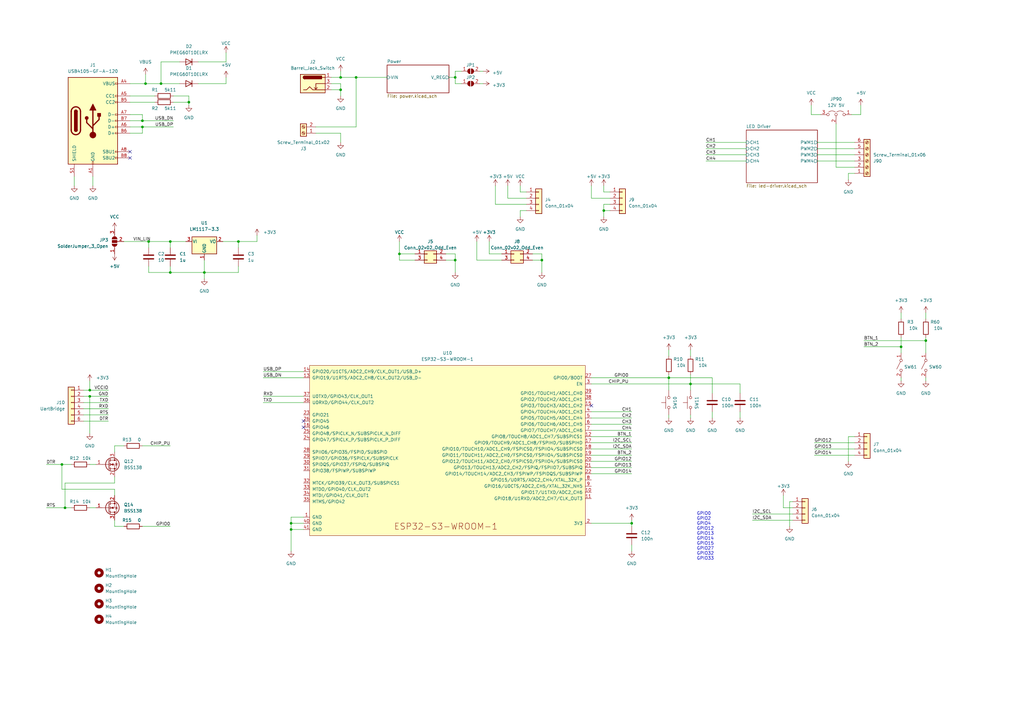
<source format=kicad_sch>
(kicad_sch (version 20230121) (generator eeschema)
  (paper "A3")
  (title_block (title "Starfish") (date "2023-01-30") (rev "A") (company "PaEber Electronics") (comment 1 "ESP based LED driver for ESPHome"))
  (lib_symbols
    (symbol "+3V3_1" (power) (pin_names (offset 0))
      (property "Value" "+3V3_1" (at 0 3.556 0))
      (symbol "+3V3_1_1_1"
        (pin power_in line (at 0 0 90) (length 0) hide (name "+3V3") (number "1"))
      )
    )
    (symbol "+3V3_2" (power) (pin_names (offset 0))
      (property "Value" "+3V3_2" (at 0 3.556 0))
      (symbol "+3V3_2_1_1"
        (pin power_in line (at 0 0 90) (length 0) hide (name "+3V3") (number "1"))
      )
    )
    (symbol "+5V_1" (power) (pin_names (offset 0))
      (property "Value" "+5V_1" (at 0 3.556 0))
      (symbol "+5V_1_1_1"
        (pin power_in line (at 0 0 90) (length 0) hide (name "+5V") (number "1"))
      )
    )
    (symbol "Connector:Barrel_Jack_Switch" (pin_names hide)
      (property "Reference" "J" (at 0 5.334 0))
      (property "Value" "Barrel_Jack_Switch" (at 0 -5.08 0))
      (symbol "Barrel_Jack_Switch_1_1"
        (pin passive line (at 7.62 2.54 180) (length 2.54) (name "~") (number "1"))
        (pin passive line (at 7.62 -2.54 180) (length 2.54) (name "~") (number "2"))
        (pin passive line (at 7.62 0 180) (length 2.54) (name "~") (number "3"))
      )
    )
    (symbol "Connector:Screw_Terminal_01x02" (pin_names (offset 1.016) hide)
      (property "Reference" "J" (at 0 2.54 0))
      (property "Value" "Screw_Terminal_01x02" (at 0 -5.08 0))
      (symbol "Screw_Terminal_01x02_1_1"
        (pin passive line (at -5.08 0 0) (length 3.81) (name "Pin_1") (number "1"))
        (pin passive line (at -5.08 -2.54 0) (length 3.81) (name "Pin_2") (number "2"))
      )
    )
    (symbol "Connector:Screw_Terminal_01x06" (pin_names (offset 1.016) hide)
      (property "Reference" "J" (at 0 7.62 0))
      (property "Value" "Screw_Terminal_01x06" (at 0 -10.16 0))
      (symbol "Screw_Terminal_01x06_1_1"
        (pin passive line (at -5.08 5.08 0) (length 3.81) (name "Pin_1") (number "1"))
        (pin passive line (at -5.08 2.54 0) (length 3.81) (name "Pin_2") (number "2"))
        (pin passive line (at -5.08 0 0) (length 3.81) (name "Pin_3") (number "3"))
        (pin passive line (at -5.08 -2.54 0) (length 3.81) (name "Pin_4") (number "4"))
        (pin passive line (at -5.08 -5.08 0) (length 3.81) (name "Pin_5") (number "5"))
        (pin passive line (at -5.08 -7.62 0) (length 3.81) (name "Pin_6") (number "6"))
      )
    )
    (symbol "Connector_Generic:Conn_01x04" (pin_names (offset 1.016) hide)
      (property "Reference" "J" (at 0 5.08 0))
      (property "Value" "Conn_01x04" (at 0 -7.62 0))
      (symbol "Conn_01x04_1_1"
        (pin passive line (at -5.08 2.54 0) (length 3.81) (name "Pin_1") (number "1"))
        (pin passive line (at -5.08 0 0) (length 3.81) (name "Pin_2") (number "2"))
        (pin passive line (at -5.08 -2.54 0) (length 3.81) (name "Pin_3") (number "3"))
        (pin passive line (at -5.08 -5.08 0) (length 3.81) (name "Pin_4") (number "4"))
      )
    )
    (symbol "Connector_Generic:Conn_01x06" (pin_names (offset 1.016) hide)
      (property "Reference" "J" (at 0 7.62 0))
      (property "Value" "Conn_01x06" (at 0 -10.16 0))
      (symbol "Conn_01x06_1_1"
        (pin passive line (at -5.08 5.08 0) (length 3.81) (name "Pin_1") (number "1"))
        (pin passive line (at -5.08 2.54 0) (length 3.81) (name "Pin_2") (number "2"))
        (pin passive line (at -5.08 0 0) (length 3.81) (name "Pin_3") (number "3"))
        (pin passive line (at -5.08 -2.54 0) (length 3.81) (name "Pin_4") (number "4"))
        (pin passive line (at -5.08 -5.08 0) (length 3.81) (name "Pin_5") (number "5"))
        (pin passive line (at -5.08 -7.62 0) (length 3.81) (name "Pin_6") (number "6"))
      )
    )
    (symbol "Connector_Generic:Conn_02x02_Odd_Even" (pin_names (offset 1.016) hide)
      (property "Reference" "J" (at 1.27 2.54 0))
      (property "Value" "Conn_02x02_Odd_Even" (at 1.27 -5.08 0))
      (symbol "Conn_02x02_Odd_Even_1_1"
        (pin passive line (at -5.08 0 0) (length 3.81) (name "Pin_1") (number "1"))
        (pin passive line (at 7.62 0 180) (length 3.81) (name "Pin_2") (number "2"))
        (pin passive line (at -5.08 -2.54 0) (length 3.81) (name "Pin_3") (number "3"))
        (pin passive line (at 7.62 -2.54 180) (length 3.81) (name "Pin_4") (number "4"))
      )
    )
    (symbol "Device:C" (pin_numbers hide) (pin_names (offset 0.254))
      (property "Reference" "C" (at 0.635 2.54 0))
      (property "Value" "C" (at 0.635 -2.54 0))
      (symbol "C_1_1"
        (pin passive line (at 0 3.81 270) (length 2.794) (name "~") (number "1"))
        (pin passive line (at 0 -3.81 90) (length 2.794) (name "~") (number "2"))
      )
    )
    (symbol "Device:D" (pin_numbers hide) (pin_names (offset 1.016) hide)
      (property "Reference" "D" (at 0 2.54 0))
      (property "Value" "D" (at 0 -2.54 0))
      (symbol "D_1_1"
        (pin passive line (at -3.81 0 0) (length 2.54) (name "K") (number "1"))
        (pin passive line (at 3.81 0 180) (length 2.54) (name "A") (number "2"))
      )
    )
    (symbol "Device:R" (pin_numbers hide) (pin_names (offset 0))
      (property "Reference" "R" (at 2.032 0 90))
      (property "Value" "R" (at 0 0 90))
      (symbol "R_1_1"
        (pin passive line (at 0 3.81 270) (length 1.27) (name "~") (number "1"))
        (pin passive line (at 0 -3.81 90) (length 1.27) (name "~") (number "2"))
      )
    )
    (symbol "Espressif:ESP32-S3-WROOM-1" (pin_names (offset 1.016))
      (property "Reference" "U" (at 0 35.56 0))
      (property "Value" "ESP32-S3-WROOM-1" (at 0 -36.83 0))
      (symbol "ESP32-S3-WROOM-1_0_0"
        (text "ESP32-S3-WROOM-1" (at 0 -31.75 0) (effects (font (size 2.54 2.54))))
        (pin power_in line (at 58.42 -27.94 180) (length 2.54) (name "GND") (number "1"))
        (pin bidirectional line (at -59.69 -17.78 0) (length 2.54) (name "GPIO17/U1TXD/ADC2_CH6") (number "10"))
        (pin bidirectional line (at -59.69 -20.32 0) (length 2.54) (name "GPIO18/U1RXD/ADC2_CH7/CLK_OUT3") (number "11"))
        (pin bidirectional line (at -59.69 5.08 0) (length 2.54) (name "GPIO8/TOUCH8/ADC1_CH7/SUBSPICS1") (number "12"))
        (pin bidirectional line (at 58.42 29.21 180) (length 2.54) (name "GPIO19/U1RTS/ADC2_CH8/CLK_OUT2/USB_D-") (number "13"))
        (pin bidirectional line (at 58.42 31.75 180) (length 2.54) (name "GPIO20/U1CTS/ADC2_CH9/CLK_OUT1/USB_D+") (number "14"))
        (pin bidirectional line (at -59.69 17.78 0) (length 2.54) (name "GPIO3/TOUCH3/ADC1_CH2") (number "15"))
        (pin bidirectional line (at 58.42 8.89 180) (length 2.54) (name "GPIO46") (number "16"))
        (pin bidirectional line (at -59.69 2.54 0) (length 2.54) (name "GPIO9/TOUCH9/ADC1_CH8/FSPIHD/SUBSPIHD") (number "17"))
        (pin bidirectional line (at -59.69 0 0) (length 2.54) (name "GPIO10/TOUCH10/ADC1_CH9/FSPICS0/FSPIIO4/SUBSPICS0") (number "18"))
        (pin bidirectional line (at -59.69 -2.54 0) (length 2.54) (name "GPIO11/TOUCH11/ADC2_CH0/FSPICS0/FSPIIO4/SUBSPICS0") (number "19"))
        (pin power_in line (at -59.69 -30.48 0) (length 2.54) (name "3V3") (number "2"))
        (pin bidirectional line (at -59.69 -5.08 0) (length 2.54) (name "GPIO12/TOUCH11/ADC2_CH0/FSPICS0/FSPIIO4/SUBSPICS0") (number "20"))
        (pin bidirectional line (at -59.69 -7.62 0) (length 2.54) (name "GPIO13/TOUCH13/ADC2_CH2/FSPIQ/FSPIIO7/SUBSPIQ") (number "21"))
        (pin bidirectional line (at -59.69 -10.16 0) (length 2.54) (name "GPIO14/TOUCH14/ADC2_CH3/FSPIWP/FSPIDQS/SUBSPIWP") (number "22"))
        (pin bidirectional line (at 58.42 13.97 180) (length 2.54) (name "GPIO21") (number "23"))
        (pin bidirectional line (at 58.42 3.81 180) (length 2.54) (name "GPIO47/SPICLK_P/SUBSPICLK_P_DIFF") (number "24"))
        (pin bidirectional line (at 58.42 6.35 180) (length 2.54) (name "GPIO48/SPICLK_N/SUBSPICLK_N_DIFF") (number "25"))
        (pin bidirectional line (at 58.42 11.43 180) (length 2.54) (name "GPIO45") (number "26"))
        (pin bidirectional line (at -59.69 29.21 0) (length 2.54) (name "GPIO0/BOOT") (number "27"))
        (pin bidirectional line (at 58.42 -1.27 180) (length 2.54) (name "SPIIO6/GPIO35/FSPID/SUBSPID") (number "28"))
        (pin bidirectional line (at 58.42 -3.81 180) (length 2.54) (name "SPIIO7/GPIO36/FSPICLK/SUBSPICLK") (number "29"))
        (pin input line (at -59.69 26.67 0) (length 2.54) (name "EN") (number "3"))
        (pin bidirectional line (at 58.42 -6.35 180) (length 2.54) (name "SPIDQS/GPIO37/FSPIQ/SUBSPIQ") (number "30"))
        (pin bidirectional line (at 58.42 -8.89 180) (length 2.54) (name "GPIO38/FSPIWP/SUBSPIWP") (number "31"))
        (pin bidirectional line (at 58.42 -13.97 180) (length 2.54) (name "MTCK/GPIO39/CLK_OUT3/SUBSPICS1") (number "32"))
        (pin bidirectional line (at 58.42 -16.51 180) (length 2.54) (name "MTDO/GPIO40/CLK_OUT2") (number "33"))
        (pin bidirectional line (at 58.42 -19.05 180) (length 2.54) (name "MTDI/GPIO41/CLK_OUT1") (number "34"))
        (pin bidirectional line (at 58.42 -21.59 180) (length 2.54) (name "MTMS/GPIO42") (number "35"))
        (pin bidirectional line (at 58.42 19.05 180) (length 2.54) (name "U0RXD/GPIO44/CLK_OUT2") (number "36"))
        (pin bidirectional line (at 58.42 21.59 180) (length 2.54) (name "U0TXD/GPIO43/CLK_OUT1") (number "37"))
        (pin bidirectional line (at -59.69 20.32 0) (length 2.54) (name "GPIO2/TOUCH2/ADC1_CH1") (number "38"))
        (pin bidirectional line (at -59.69 22.86 0) (length 2.54) (name "GPIO1/TOUCH1/ADC1_CH0") (number "39"))
        (pin bidirectional line (at -59.69 15.24 0) (length 2.54) (name "GPIO4/TOUCH4/ADC1_CH3") (number "4"))
        (pin power_in line (at 58.42 -30.48 180) (length 2.54) (name "GND") (number "40"))
        (pin power_in line (at 58.42 -33.02 180) (length 2.54) (name "GND") (number "41"))
        (pin bidirectional line (at -59.69 12.7 0) (length 2.54) (name "GPIO5/TOUCH5/ADC1_CH4") (number "5"))
        (pin bidirectional line (at -59.69 10.16 0) (length 2.54) (name "GPIO6/TOUCH6/ADC1_CH5") (number "6"))
        (pin bidirectional line (at -59.69 7.62 0) (length 2.54) (name "GPIO7/TOUCH7/ADC1_CH6") (number "7"))
        (pin bidirectional line (at -59.69 -12.7 0) (length 2.54) (name "GPIO15/U0RTS/ADC2_CH4/XTAL_32K_P") (number "8"))
        (pin bidirectional line (at -59.69 -15.24 0) (length 2.54) (name "GPIO16/U0CTS/ADC2_CH5/XTAL_32K_NH5") (number "9"))
      )
    )
    (symbol "GND_1" (power) (pin_names (offset 0))
      (property "Value" "GND_1" (at 0 -3.81 0))
      (symbol "GND_1_1_1"
        (pin power_in line (at 0 0 270) (length 0) hide (name "GND") (number "1"))
      )
    )
    (symbol "GND_2" (power) (pin_names (offset 0))
      (property "Value" "GND_2" (at 0 -3.81 0))
      (symbol "GND_2_1_1"
        (pin power_in line (at 0 0 270) (length 0) hide (name "GND") (number "1"))
      )
    )
    (symbol "GND_3" (power) (pin_names (offset 0))
      (property "Value" "GND_3" (at 0 -3.81 0))
      (symbol "GND_3_1_1"
        (pin power_in line (at 0 0 270) (length 0) hide (name "GND") (number "1"))
      )
    )
    (symbol "Jumper:Jumper_3_Open" (pin_names (offset 0) hide)
      (property "Reference" "JP" (at -2.54 -2.54 0))
      (property "Value" "Jumper_3_Open" (at 0 2.794 0))
      (symbol "Jumper_3_Open_1_1"
        (pin passive line (at -6.35 0 0) (length 2.54) (name "A") (number "1"))
        (pin input line (at 0 -3.81 90) (length 2.54) (name "C") (number "2"))
        (pin passive line (at 6.35 0 180) (length 2.54) (name "B") (number "3"))
      )
    )
    (symbol "Jumper:SolderJumper_2_Open" (pin_names (offset 0) hide)
      (property "Reference" "JP" (at 0 2.032 0))
      (property "Value" "SolderJumper_2_Open" (at 0 -2.54 0))
      (symbol "SolderJumper_2_Open_1_1"
        (pin passive line (at -3.81 0 0) (length 2.54) (name "A") (number "1"))
        (pin passive line (at 3.81 0 180) (length 2.54) (name "B") (number "2"))
      )
    )
    (symbol "Jumper:SolderJumper_3_Open" (pin_names (offset 0) hide)
      (property "Reference" "JP" (at -2.54 -2.54 0))
      (property "Value" "SolderJumper_3_Open" (at 0 2.794 0))
      (symbol "SolderJumper_3_Open_1_1"
        (pin passive line (at -5.08 0 0) (length 2.54) (name "A") (number "1"))
        (pin passive line (at 0 -3.81 90) (length 2.54) (name "C") (number "2"))
        (pin passive line (at 5.08 0 180) (length 2.54) (name "B") (number "3"))
      )
    )
    (symbol "Mechanical:MountingHole" (pin_names (offset 1.016))
      (property "Reference" "H" (at 0 5.08 0))
      (property "Value" "MountingHole" (at 0 3.175 0))
    )
    (symbol "Regulator_Linear:LM1117-3.3" (pin_names (offset 0.254))
      (property "Reference" "U" (at -3.81 3.175 0))
      (property "Value" "LM1117-3.3" (at 0 3.175 0))
      (symbol "LM1117-3.3_1_1"
        (pin power_in line (at 0 -7.62 90) (length 2.54) (name "GND") (number "1"))
        (pin power_out line (at 7.62 0 180) (length 2.54) (name "VO") (number "2"))
        (pin power_in line (at -7.62 0 0) (length 2.54) (name "VI") (number "3"))
      )
    )
    (symbol "Switch:SW_Push" (pin_numbers hide) (pin_names (offset 1.016) hide)
      (property "Reference" "SW" (at 1.27 2.54 0))
      (property "Value" "SW_Push" (at 0 -1.524 0))
      (symbol "SW_Push_0_1"
        (pin passive line (at -5.08 0 0) (length 2.54) (name "1") (number "1"))
        (pin passive line (at 5.08 0 180) (length 2.54) (name "2") (number "2"))
      )
    )
    (symbol "Transistor_FET:BSS138" (pin_names hide)
      (property "Reference" "Q" (at 5.08 1.905 0))
      (property "Value" "BSS138" (at 5.08 0 0))
      (symbol "BSS138_1_1"
        (pin input line (at -5.08 0 0) (length 2.54) (name "G") (number "1"))
        (pin passive line (at 2.54 -5.08 90) (length 2.54) (name "S") (number "2"))
        (pin passive line (at 2.54 5.08 270) (length 2.54) (name "D") (number "3"))
      )
    )
    (symbol "VCC_1" (power) (pin_names (offset 0))
      (property "Value" "VCC_1" (at 0 3.81 0))
      (symbol "VCC_1_1_1"
        (pin power_in line (at 0 0 90) (length 0) hide (name "VCC") (number "1"))
      )
    )
    (symbol "paeber:1301.9315" (pin_names (offset 0) hide)
      (property "Reference" "SW" (at 0 3.175 0))
      (symbol "1301.9315_1_1"
        (pin passive line (at -5.08 0 0) (length 2.54) (name "A") (number "1"))
        (pin passive line (at 5.08 0 180) (length 2.54) (name "B") (number "2"))
      )
    )
    (symbol "paeber:USB4105-GF-A-120" (pin_names (offset 1.016))
      (property "Reference" "J?" (at 0 22.86 0))
      (property "Value" "USB4105-GF-A-120" (at 0 20.32 0))
      (symbol "USB4105-GF-A-120_1_1"
        (pin passive line (at 0 -22.86 90) (length 5.08) (name "GND") (number "A1"))
        (pin passive line (at 0 -22.86 90) (length 5.08) hide (name "GND") (number "A12"))
        (pin passive line (at 15.24 15.24 180) (length 5.08) (name "VBUS") (number "A4"))
        (pin bidirectional line (at 15.24 10.16 180) (length 5.08) (name "CC1") (number "A5"))
        (pin bidirectional line (at 15.24 -2.54 180) (length 5.08) (name "D+") (number "A6"))
        (pin bidirectional line (at 15.24 2.54 180) (length 5.08) (name "D-") (number "A7"))
        (pin bidirectional line (at 15.24 -12.7 180) (length 5.08) (name "SBU1") (number "A8"))
        (pin passive line (at 15.24 15.24 180) (length 5.08) hide (name "VBUS") (number "A9"))
        (pin passive line (at 0 -22.86 90) (length 5.08) hide (name "GND") (number "B1"))
        (pin passive line (at 0 -22.86 90) (length 5.08) hide (name "GND") (number "B12"))
        (pin passive line (at 15.24 15.24 180) (length 5.08) hide (name "VBUS") (number "B4"))
        (pin bidirectional line (at 15.24 7.62 180) (length 5.08) (name "CC2") (number "B5"))
        (pin bidirectional line (at 15.24 -5.08 180) (length 5.08) (name "D+") (number "B6"))
        (pin bidirectional line (at 15.24 0 180) (length 5.08) (name "D-") (number "B7"))
        (pin bidirectional line (at 15.24 -15.24 180) (length 5.08) (name "SBU2") (number "B8"))
        (pin passive line (at 15.24 15.24 180) (length 5.08) hide (name "VBUS") (number "B9"))
        (pin passive line (at -7.62 -22.86 90) (length 5.08) (name "SHIELD") (number "S1"))
      )
    )
    (symbol "power:+3V3" (power) (pin_names (offset 0))
      (property "Value" "+3V3" (at 0 3.556 0))
      (symbol "+3V3_1_1"
        (pin power_in line (at 0 0 90) (length 0) hide (name "+3V3") (number "1"))
      )
    )
    (symbol "power:+5V" (power) (pin_names (offset 0))
      (property "Value" "+5V" (at 0 3.556 0))
      (symbol "+5V_1_1"
        (pin power_in line (at 0 0 90) (length 0) hide (name "+5V") (number "1"))
      )
    )
    (symbol "power:GND" (power) (pin_names (offset 0))
      (property "Value" "GND" (at 0 -3.81 0))
      (symbol "GND_1_1"
        (pin power_in line (at 0 0 270) (length 0) hide (name "GND") (number "1"))
      )
    )
    (symbol "power:VBUS" (power) (pin_names (offset 0))
      (property "Value" "VBUS" (at 0 3.81 0))
      (symbol "VBUS_1_1"
        (pin power_in line (at 0 0 90) (length 0) hide (name "VBUS") (number "1"))
      )
    )
    (symbol "power:VCC" (power) (pin_names (offset 0))
      (property "Value" "VCC" (at 0 3.81 0))
      (symbol "VCC_1_1"
        (pin power_in line (at 0 0 90) (length 0) hide (name "VCC") (number "1"))
      )
    )
  )
  (junction (at 247.65 86.36))
  (junction (at 186.69 31.75))
  (junction (at 36.83 160.02))
  (junction (at 259.08 214.63))
  (junction (at 139.7 36.83))
  (junction (at 69.85 111.76))
  (junction (at 119.38 214.63))
  (junction (at 58.42 52.07))
  (junction (at 83.82 111.76))
  (junction (at 25.4 190.5))
  (junction (at 119.38 217.17))
  (junction (at 59.69 34.29))
  (junction (at 274.32 154.94))
  (junction (at 77.47 41.91))
  (junction (at 66.04 34.29))
  (junction (at 26.67 208.28))
  (junction (at 97.79 99.06))
  (junction (at 146.05 31.75))
  (junction (at 379.73 139.7))
  (junction (at 60.96 99.06))
  (junction (at 36.83 162.56))
  (junction (at 58.42 49.53))
  (junction (at 69.85 99.06))
  (junction (at 369.57 142.24))
  (junction (at 186.69 106.68))
  (junction (at 222.25 106.68))
  (junction (at 163.83 104.14))
  (junction (at 139.7 31.75))
  (junction (at 283.21 157.48))
  (no_connect (at 124.46 172.72))
  (no_connect (at 242.57 166.37))
  (no_connect (at 124.46 175.26))
  (no_connect (at 53.34 62.23))
  (no_connect (at 53.34 64.77))
  (wire (pts (xy 77.47 41.91) (xy 77.47 39.37)))
  (wire (pts (xy 119.38 212.09) (xy 119.38 214.63)))
  (wire (pts (xy 69.85 99.06) (xy 76.2 99.06)))
  (wire (pts (xy 25.4 190.5) (xy 29.21 190.5)))
  (wire (pts (xy 186.69 104.14) (xy 182.88 104.14)))
  (wire (pts (xy 335.28 63.5) (xy 350.52 63.5)))
  (wire (pts (xy 59.69 34.29) (xy 53.34 34.29)))
  (wire (pts (xy 163.83 104.14) (xy 163.83 106.68)))
  (wire (pts (xy 354.33 142.24) (xy 369.57 142.24)))
  (wire (pts (xy 146.05 52.07) (xy 146.05 31.75)))
  (wire (pts (xy 325.12 213.36) (xy 308.61 213.36)))
  (wire (pts (xy 213.36 86.36) (xy 215.9 86.36)))
  (wire (pts (xy 283.21 170.18) (xy 283.21 171.45)))
  (wire (pts (xy 242.57 189.23) (xy 259.08 189.23)))
  (wire (pts (xy 163.83 99.06) (xy 163.83 104.14)))
  (wire (pts (xy 335.28 66.04) (xy 350.52 66.04)))
  (wire (pts (xy 26.67 198.12) (xy 26.67 208.28)))
  (wire (pts (xy 44.45 162.56) (xy 36.83 162.56)))
  (wire (pts (xy 350.52 181.61) (xy 334.01 181.61)))
  (wire (pts (xy 19.05 190.5) (xy 25.4 190.5)))
  (wire (pts (xy 139.7 31.75) (xy 146.05 31.75)))
  (wire (pts (xy 38.1 72.39) (xy 38.1 76.2)))
  (wire (pts (xy 46.99 203.2) (xy 46.99 200.66)))
  (wire (pts (xy 124.46 212.09) (xy 119.38 212.09)))
  (wire (pts (xy 354.33 139.7) (xy 379.73 139.7)))
  (wire (pts (xy 283.21 143.51) (xy 283.21 146.05)))
  (wire (pts (xy 50.8 99.06) (xy 60.96 99.06)))
  (wire (pts (xy 292.1 154.94) (xy 292.1 161.29)))
  (wire (pts (xy 66.04 34.29) (xy 73.66 34.29)))
  (wire (pts (xy 247.65 83.82) (xy 250.19 83.82)))
  (wire (pts (xy 215.9 81.28) (xy 208.28 81.28)))
  (wire (pts (xy 306.07 60.96) (xy 289.56 60.96)))
  (wire (pts (xy 97.79 99.06) (xy 97.79 101.6)))
  (wire (pts (xy 347.98 179.07) (xy 347.98 189.23)))
  (wire (pts (xy 30.48 72.39) (xy 30.48 76.2)))
  (wire (pts (xy 60.96 111.76) (xy 69.85 111.76)))
  (wire (pts (xy 50.8 215.9) (xy 46.99 215.9)))
  (wire (pts (xy 69.85 101.6) (xy 69.85 99.06)))
  (wire (pts (xy 44.45 160.02) (xy 36.83 160.02)))
  (wire (pts (xy 195.58 99.06) (xy 195.58 106.68)))
  (wire (pts (xy 250.19 78.74) (xy 247.65 78.74)))
  (wire (pts (xy 124.46 152.4) (xy 107.95 152.4)))
  (wire (pts (xy 58.42 52.07) (xy 71.12 52.07)))
  (wire (pts (xy 58.42 215.9) (xy 69.85 215.9)))
  (wire (pts (xy 44.45 165.1) (xy 34.29 165.1)))
  (wire (pts (xy 19.05 208.28) (xy 26.67 208.28)))
  (wire (pts (xy 124.46 217.17) (xy 119.38 217.17)))
  (wire (pts (xy 247.65 86.36) (xy 247.65 83.82)))
  (wire (pts (xy 36.83 160.02) (xy 34.29 160.02)))
  (wire (pts (xy 107.95 165.1) (xy 124.46 165.1)))
  (wire (pts (xy 353.06 43.18) (xy 353.06 46.99)))
  (wire (pts (xy 336.55 46.99) (xy 332.74 46.99)))
  (wire (pts (xy 58.42 49.53) (xy 53.34 49.53)))
  (wire (pts (xy 292.1 168.91) (xy 292.1 171.45)))
  (wire (pts (xy 69.85 111.76) (xy 83.82 111.76)))
  (wire (pts (xy 186.69 111.76) (xy 186.69 106.68)))
  (wire (pts (xy 342.9 50.8) (xy 342.9 68.58)))
  (wire (pts (xy 323.85 215.9) (xy 323.85 205.74)))
  (wire (pts (xy 119.38 217.17) (xy 119.38 226.06)))
  (wire (pts (xy 242.57 154.94) (xy 274.32 154.94)))
  (wire (pts (xy 303.53 168.91) (xy 303.53 171.45)))
  (wire (pts (xy 77.47 39.37) (xy 71.12 39.37)))
  (wire (pts (xy 203.2 76.2) (xy 203.2 83.82)))
  (wire (pts (xy 58.42 52.07) (xy 53.34 52.07)))
  (wire (pts (xy 347.98 73.66) (xy 347.98 71.12)))
  (wire (pts (xy 46.99 182.88) (xy 46.99 185.42)))
  (wire (pts (xy 259.08 215.9) (xy 259.08 214.63)))
  (wire (pts (xy 129.54 52.07) (xy 146.05 52.07)))
  (wire (pts (xy 119.38 214.63) (xy 119.38 217.17)))
  (wire (pts (xy 53.34 46.99) (xy 58.42 46.99)))
  (wire (pts (xy 58.42 46.99) (xy 58.42 49.53)))
  (wire (pts (xy 349.25 46.99) (xy 353.06 46.99)))
  (wire (pts (xy 200.66 104.14) (xy 200.66 99.06)))
  (wire (pts (xy 350.52 186.69) (xy 334.01 186.69)))
  (wire (pts (xy 44.45 172.72) (xy 34.29 172.72)))
  (wire (pts (xy 146.05 31.75) (xy 158.75 31.75)))
  (wire (pts (xy 379.73 154.94) (xy 379.73 156.21)))
  (wire (pts (xy 83.82 111.76) (xy 97.79 111.76)))
  (wire (pts (xy 323.85 205.74) (xy 325.12 205.74)))
  (wire (pts (xy 259.08 223.52) (xy 259.08 226.06)))
  (wire (pts (xy 242.57 214.63) (xy 259.08 214.63)))
  (wire (pts (xy 335.28 58.42) (xy 350.52 58.42)))
  (wire (pts (xy 36.83 162.56) (xy 36.83 177.8)))
  (wire (pts (xy 60.96 99.06) (xy 69.85 99.06)))
  (wire (pts (xy 203.2 83.82) (xy 215.9 83.82)))
  (wire (pts (xy 66.04 25.4) (xy 66.04 34.29)))
  (wire (pts (xy 213.36 76.2) (xy 213.36 78.74)))
  (wire (pts (xy 53.34 54.61) (xy 58.42 54.61)))
  (wire (pts (xy 274.32 153.67) (xy 274.32 154.94)))
  (wire (pts (xy 350.52 184.15) (xy 334.01 184.15)))
  (wire (pts (xy 347.98 179.07) (xy 350.52 179.07)))
  (wire (pts (xy 26.67 208.28) (xy 29.21 208.28)))
  (wire (pts (xy 369.57 154.94) (xy 369.57 156.21)))
  (wire (pts (xy 163.83 104.14) (xy 170.18 104.14)))
  (wire (pts (xy 44.45 167.64) (xy 34.29 167.64)))
  (wire (pts (xy 182.88 106.68) (xy 186.69 106.68)))
  (wire (pts (xy 218.44 106.68) (xy 222.25 106.68)))
  (wire (pts (xy 306.07 66.04) (xy 289.56 66.04)))
  (wire (pts (xy 242.57 194.31) (xy 259.08 194.31)))
  (wire (pts (xy 222.25 111.76) (xy 222.25 106.68)))
  (wire (pts (xy 369.57 142.24) (xy 369.57 144.78)))
  (wire (pts (xy 242.57 157.48) (xy 283.21 157.48)))
  (wire (pts (xy 242.57 191.77) (xy 259.08 191.77)))
  (wire (pts (xy 139.7 36.83) (xy 139.7 34.29)))
  (wire (pts (xy 163.83 106.68) (xy 170.18 106.68)))
  (wire (pts (xy 195.58 106.68) (xy 205.74 106.68)))
  (wire (pts (xy 36.83 190.5) (xy 39.37 190.5)))
  (wire (pts (xy 186.69 106.68) (xy 186.69 104.14)))
  (wire (pts (xy 259.08 214.63) (xy 259.08 213.36)))
  (wire (pts (xy 81.28 34.29) (xy 92.71 34.29)))
  (wire (pts (xy 83.82 106.68) (xy 83.82 111.76)))
  (wire (pts (xy 242.57 171.45) (xy 259.08 171.45)))
  (wire (pts (xy 242.57 81.28) (xy 242.57 76.2)))
  (wire (pts (xy 213.36 88.9) (xy 213.36 86.36)))
  (wire (pts (xy 186.69 29.21) (xy 186.69 31.75)))
  (wire (pts (xy 50.8 182.88) (xy 46.99 182.88)))
  (wire (pts (xy 59.69 30.48) (xy 59.69 34.29)))
  (wire (pts (xy 92.71 31.75) (xy 92.71 34.29)))
  (wire (pts (xy 242.57 176.53) (xy 259.08 176.53)))
  (wire (pts (xy 222.25 106.68) (xy 222.25 104.14)))
  (wire (pts (xy 81.28 25.4) (xy 92.71 25.4)))
  (wire (pts (xy 186.69 34.29) (xy 186.69 31.75)))
  (wire (pts (xy 283.21 153.67) (xy 283.21 157.48)))
  (wire (pts (xy 124.46 214.63) (xy 119.38 214.63)))
  (wire (pts (xy 306.07 58.42) (xy 289.56 58.42)))
  (wire (pts (xy 73.66 25.4) (xy 66.04 25.4)))
  (wire (pts (xy 139.7 54.61) (xy 139.7 58.42)))
  (wire (pts (xy 46.99 200.66) (xy 25.4 200.66)))
  (wire (pts (xy 186.69 31.75) (xy 184.15 31.75)))
  (wire (pts (xy 325.12 210.82) (xy 308.61 210.82)))
  (wire (pts (xy 247.65 78.74) (xy 247.65 76.2)))
  (wire (pts (xy 91.44 99.06) (xy 97.79 99.06)))
  (wire (pts (xy 347.98 71.12) (xy 350.52 71.12)))
  (wire (pts (xy 129.54 54.61) (xy 139.7 54.61)))
  (wire (pts (xy 283.21 160.02) (xy 283.21 157.48)))
  (wire (pts (xy 105.41 96.52) (xy 105.41 99.06)))
  (wire (pts (xy 107.95 162.56) (xy 124.46 162.56)))
  (wire (pts (xy 139.7 31.75) (xy 139.7 29.21)))
  (wire (pts (xy 92.71 25.4) (xy 92.71 21.59)))
  (wire (pts (xy 53.34 39.37) (xy 63.5 39.37)))
  (wire (pts (xy 60.96 109.22) (xy 60.96 111.76)))
  (wire (pts (xy 46.99 215.9) (xy 46.99 213.36)))
  (wire (pts (xy 135.89 36.83) (xy 139.7 36.83)))
  (wire (pts (xy 44.45 170.18) (xy 34.29 170.18)))
  (wire (pts (xy 58.42 54.61) (xy 58.42 52.07)))
  (wire (pts (xy 25.4 200.66) (xy 25.4 190.5)))
  (wire (pts (xy 53.34 41.91) (xy 63.5 41.91)))
  (wire (pts (xy 325.12 208.28) (xy 321.31 208.28)))
  (wire (pts (xy 369.57 128.27) (xy 369.57 130.81)))
  (wire (pts (xy 222.25 104.14) (xy 218.44 104.14)))
  (wire (pts (xy 274.32 170.18) (xy 274.32 171.45)))
  (wire (pts (xy 46.99 195.58) (xy 46.99 198.12)))
  (wire (pts (xy 124.46 154.94) (xy 107.95 154.94)))
  (wire (pts (xy 77.47 43.18) (xy 77.47 41.91)))
  (wire (pts (xy 242.57 181.61) (xy 259.08 181.61)))
  (wire (pts (xy 250.19 81.28) (xy 242.57 81.28)))
  (wire (pts (xy 303.53 157.48) (xy 303.53 161.29)))
  (wire (pts (xy 215.9 78.74) (xy 213.36 78.74)))
  (wire (pts (xy 97.79 109.22) (xy 97.79 111.76)))
  (wire (pts (xy 83.82 111.76) (xy 83.82 114.3)))
  (wire (pts (xy 139.7 39.37) (xy 139.7 36.83)))
  (wire (pts (xy 247.65 88.9) (xy 247.65 86.36)))
  (wire (pts (xy 274.32 143.51) (xy 274.32 146.05)))
  (wire (pts (xy 342.9 68.58) (xy 350.52 68.58)))
  (wire (pts (xy 242.57 179.07) (xy 259.08 179.07)))
  (wire (pts (xy 36.83 156.21) (xy 36.83 160.02)))
  (wire (pts (xy 36.83 162.56) (xy 34.29 162.56)))
  (wire (pts (xy 205.74 104.14) (xy 200.66 104.14)))
  (wire (pts (xy 321.31 208.28) (xy 321.31 203.2)))
  (wire (pts (xy 196.85 29.21) (xy 198.12 29.21)))
  (wire (pts (xy 292.1 154.94) (xy 274.32 154.94)))
  (wire (pts (xy 332.74 43.18) (xy 332.74 46.99)))
  (wire (pts (xy 58.42 182.88) (xy 69.85 182.88)))
  (wire (pts (xy 46.99 198.12) (xy 26.67 198.12)))
  (wire (pts (xy 242.57 168.91) (xy 259.08 168.91)))
  (wire (pts (xy 242.57 184.15) (xy 259.08 184.15)))
  (wire (pts (xy 379.73 138.43) (xy 379.73 139.7)))
  (wire (pts (xy 306.07 63.5) (xy 289.56 63.5)))
  (wire (pts (xy 335.28 60.96) (xy 350.52 60.96)))
  (wire (pts (xy 135.89 31.75) (xy 139.7 31.75)))
  (wire (pts (xy 208.28 81.28) (xy 208.28 76.2)))
  (wire (pts (xy 189.23 34.29) (xy 186.69 34.29)))
  (wire (pts (xy 274.32 154.94) (xy 274.32 160.02)))
  (wire (pts (xy 369.57 138.43) (xy 369.57 142.24)))
  (wire (pts (xy 60.96 99.06) (xy 60.96 101.6)))
  (wire (pts (xy 379.73 139.7) (xy 379.73 144.78)))
  (wire (pts (xy 196.85 34.29) (xy 198.12 34.29)))
  (wire (pts (xy 242.57 186.69) (xy 259.08 186.69)))
  (wire (pts (xy 189.23 29.21) (xy 186.69 29.21)))
  (wire (pts (xy 242.57 173.99) (xy 259.08 173.99)))
  (wire (pts (xy 71.12 41.91) (xy 77.47 41.91)))
  (wire (pts (xy 379.73 128.27) (xy 379.73 130.81)))
  (wire (pts (xy 97.79 99.06) (xy 105.41 99.06)))
  (wire (pts (xy 58.42 49.53) (xy 71.12 49.53)))
  (wire (pts (xy 69.85 109.22) (xy 69.85 111.76)))
  (wire (pts (xy 139.7 34.29) (xy 135.89 34.29)))
  (wire (pts (xy 247.65 86.36) (xy 250.19 86.36)))
  (wire (pts (xy 283.21 157.48) (xy 303.53 157.48)))
  (wire (pts (xy 59.69 34.29) (xy 66.04 34.29)))
  (wire (pts (xy 36.83 208.28) (xy 39.37 208.28)))
  (text "GPIO0\nGPIO2\nGPIO4\nGPIO12\nGPIO13\nGPIO14\nGPIO15\nGPIO27\nGPIO32\nGPIO33" (at 285.75 229.87 0) (effects (font (size 1.27 1.27)) (justify left bottom)))
  (label "USB_DP" (at 71.12 52.07 180))
  (label "VCCIO" (at 44.45 160.02 180))
  (label "TXD" (at 107.95 165.1 0))
  (label "BTN_2" (at 259.08 186.69 180))
  (label "GPIO12" (at 334.01 181.61 0))
  (label "CH2" (at 259.08 171.45 180))
  (label "USB_DN" (at 71.12 49.53 180))
  (label "TXD" (at 44.45 165.1 180))
  (label "RTS" (at 44.45 170.18 180))
  (label "GPIO14" (at 259.08 194.31 180))
  (label "USB_DN" (at 107.95 154.94 0))
  (label "RTS" (at 19.05 208.28 0))
  (label "I2C_SDA" (at 259.08 184.15 180))
  (label "VIN_LIN" (at 54.61 99.06 0))
  (label "RXD" (at 44.45 167.64 180))
  (label "BTN_1" (at 354.33 139.7 0))
  (label "I2C_SCL" (at 308.61 210.82 0))
  (label "GPIO13" (at 259.08 191.77 180))
  (label "CH2" (at 289.56 60.96 0))
  (label "I2C_SDA" (at 308.61 213.36 0))
  (label "CH1" (at 289.56 58.42 0))
  (label "CHIP_PU" (at 69.85 182.88 180))
  (label "CH4" (at 289.56 66.04 0))
  (label "BTN_1" (at 259.08 179.07 180))
  (label "I2C_SCL" (at 259.08 181.61 180))
  (label "USB_DP" (at 107.95 152.4 0))
  (label "CHIP_PU" (at 257.81 157.48 180))
  (label "GPIO13" (at 334.01 184.15 0))
  (label "GPIO14" (at 334.01 186.69 0))
  (label "CH4" (at 259.08 176.53 180))
  (label "BTN_2" (at 354.33 142.24 0))
  (label "GND" (at 44.45 162.56 180))
  (label "DTR" (at 44.45 172.72 180))
  (label "DTR" (at 19.05 190.5 0))
  (label "RXD" (at 107.95 162.56 0))
  (label "CH3" (at 259.08 173.99 180))
  (label "CH1" (at 259.08 168.91 180))
  (label "GPIO0" (at 69.85 215.9 180))
  (label "CH3" (at 289.56 63.5 0))
  (label "GPIO0" (at 257.81 154.94 180))
  (label "GPIO12" (at 259.08 189.23 180))
  (symbol (lib_id "power:VCC") (at 332.74 43.18 0) (mirror y) (unit 1)
    (property "Reference" "#PWR0124" (effects hide))
    (property "Value" "VCC" (at 332.74 38.1 0))
  )
  (symbol (lib_id "power:VBUS") (at 59.69 30.48 0) (unit 1)
    (property "Reference" "#PWR0107" (effects hide))
    (property "Value" "VBUS" (at 59.69 25.4 0))
  )
  (symbol (lib_id "power:+3V3") (at 379.73 128.27 0) (unit 1)
    (property "Reference" "#PWR0137" (effects hide))
    (property "Value" "+3V3" (at 379.73 123.19 0))
  )
  (symbol (lib_id "power:+3V3") (at 369.57 128.27 0) (unit 1)
    (property "Reference" "#PWR011" (effects hide))
    (property "Value" "+3V3" (at 369.57 123.19 0))
  )
  (symbol (lib_id "Mechanical:MountingHole") (at 40.64 254 0) (unit 1)
    (property "Reference" "H4" (at 43.18 252.7299 0) (effects (justify left)))
    (property "Value" "MountingHole" (at 43.18 255.2699 0) (effects (justify left)))
    (property "Footprint" "MountingHole:MountingHole_3.2mm_M3_DIN965_Pad_TopBottom" (effects hide))
  )
  (symbol (lib_id "Connector_Generic:Conn_01x04") (at 355.6 181.61 0) (unit 1)
    (property "Reference" "J7" (at 358.14 182.245 0) (effects (justify left)))
    (property "Value" "Conn_01x04" (at 358.14 184.785 0) (effects (justify left)))
    (property "Footprint" "Connector_PinSocket_2.54mm:PinSocket_1x04_P2.54mm_Vertical" (effects hide))
  )
  (symbol (lib_id "Transistor_FET:BSS138") (at 44.45 190.5 0) (unit 1)
    (property "Reference" "Q12" (at 50.8 189.2299 0) (effects (justify left)))
    (property "Value" "BSS138" (at 50.8 191.7699 0) (effects (justify left)))
    (property "Footprint" "Package_TO_SOT_SMD:SOT-23" (effects hide))
    (property "Datasheet" "https://www.onsemi.com/pub/Collateral/BSS138-D.PDF" (effects hide))
  )
  (symbol (lib_id "Device:R") (at 33.02 190.5 270) (mirror x) (unit 1)
    (property "Reference" "R12" (at 30.48 187.96 90))
    (property "Value" "10k" (at 35.56 187.96 90))
    (property "Footprint" "Resistor_SMD:R_0603_1608Metric_Pad0.98x0.95mm_HandSolder" (effects hide))
  )
  (symbol (lib_name "+3V3_2") (lib_id "power:+3V3") (at 200.66 99.06 0) (unit 1)
    (property "Reference" "#PWR010" (effects hide))
    (property "Value" "+3V3" (at 200.66 95.25 0))
  )
  (symbol (lib_id "power:GND") (at 36.83 177.8 0) (mirror y) (unit 1)
    (property "Reference" "#PWR0135" (effects hide))
    (property "Value" "GND" (at 36.83 182.88 0))
  )
  (symbol (lib_name "VCC_1") (lib_id "power:VCC") (at 213.36 76.2 0) (unit 1)
    (property "Reference" "#PWR07" (effects hide))
    (property "Value" "VCC" (at 213.36 72.39 0))
  )
  (symbol (lib_name "GND_3") (lib_id "power:GND") (at 323.85 215.9 0) (unit 1)
    (property "Reference" "#PWR013" (effects hide))
    (property "Value" "GND" (at 323.85 220.98 0))
  )
  (symbol (lib_id "power:GND") (at 292.1 171.45 0) (unit 1)
    (property "Reference" "#PWR0130" (effects hide))
    (property "Value" "GND" (at 292.1 176.53 0))
  )
  (symbol (lib_id "Device:C") (at 259.08 219.71 0) (mirror y) (unit 1)
    (property "Reference" "C12" (at 262.89 218.4399 0) (effects (justify right)))
    (property "Value" "100n" (at 262.89 220.9799 0) (effects (justify right)))
    (property "Footprint" "Capacitor_SMD:C_0805_2012Metric_Pad1.18x1.45mm_HandSolder" (effects hide))
  )
  (symbol (lib_id "paeber:USB4105-GF-A-120") (at 38.1 49.53 0) (unit 1)
    (property "Reference" "J1" (at 38.1 26.67 0))
    (property "Value" "USB4105-GF-A-120" (at 38.1 29.21 0))
    (property "Footprint" "Connector_USB:USB_C_Receptacle_HRO_TYPE-C-31-M-12" (effects hide))
    (property "Datasheet" "https://www.usb.org/sites/default/files/documents/usb_type-c.zip" (effects hide))
    (property "Mouser" "640-USB4105-GF-A-120" (effects hide))
  )
  (symbol (lib_id "Jumper:Jumper_3_Open") (at 342.9 46.99 0) (mirror y) (unit 1)
    (property "Reference" "JP90" (at 342.9 40.64 0))
    (property "Value" "12V 5V" (at 342.9 43.18 0))
    (property "Footprint" "Jumper:SolderJumper-3_P1.3mm_Open_RoundedPad1.0x1.5mm_NumberLabels" (effects hide))
  )
  (symbol (lib_id "Device:R") (at 274.32 149.86 0) (mirror x) (unit 1)
    (property "Reference" "R10" (at 278.13 147.32 0))
    (property "Value" "10k" (at 279.4 149.86 0))
    (property "Footprint" "Resistor_SMD:R_0603_1608Metric_Pad0.98x0.95mm_HandSolder" (effects hide))
  )
  (symbol (lib_id "power:+3V3") (at 274.32 143.51 0) (unit 1)
    (property "Reference" "#PWR0127" (effects hide))
    (property "Value" "+3V3" (at 274.32 138.43 0))
  )
  (symbol (lib_id "power:GND") (at 369.57 156.21 0) (unit 1)
    (property "Reference" "#PWR012" (effects hide))
    (property "Value" "GND" (at 369.57 161.29 0))
  )
  (symbol (lib_id "power:+5V") (at 92.71 31.75 0) (unit 1)
    (property "Reference" "#PWR0108" (effects hide))
    (property "Value" "+5V" (at 92.71 26.67 0))
  )
  (symbol (lib_id "Connector_Generic:Conn_02x02_Odd_Even") (at 175.26 104.14 0) (unit 1)
    (property "Reference" "J5" (at 176.53 99.06 0))
    (property "Value" "Conn_02x02_Odd_Even" (at 176.53 101.6 0))
    (property "Footprint" "Connector_PinHeader_2.54mm:PinHeader_2x02_P2.54mm_Vertical" (effects hide))
  )
  (symbol (lib_id "power:VCC") (at 92.71 21.59 0) (unit 1)
    (property "Reference" "#PWR021" (effects hide))
    (property "Value" "VCC" (at 92.71 17.78 0))
  )
  (symbol (lib_id "Connector_Generic:Conn_01x04") (at 220.98 81.28 0) (unit 1)
    (property "Reference" "J4" (at 223.52 81.915 0) (effects (justify left)))
    (property "Value" "Conn_01x04" (at 223.52 84.455 0) (effects (justify left)))
    (property "Footprint" "Connector_PinSocket_2.54mm:PinSocket_1x04_P2.54mm_Vertical" (effects hide))
  )
  (symbol (lib_id "power:+3V3") (at 283.21 143.51 0) (unit 1)
    (property "Reference" "#PWR0128" (effects hide))
    (property "Value" "+3V3" (at 283.21 138.43 0))
  )
  (symbol (lib_id "power:+3V3") (at 259.08 213.36 0) (mirror y) (unit 1)
    (property "Reference" "#PWR0133" (effects hide))
    (property "Value" "+3V3" (at 259.08 208.28 0))
  )
  (symbol (lib_id "Device:C") (at 303.53 165.1 0) (mirror y) (unit 1)
    (property "Reference" "C11" (at 307.34 163.8299 0) (effects (justify right)))
    (property "Value" "100n" (at 307.34 166.3699 0) (effects (justify right)))
    (property "Footprint" "Capacitor_SMD:C_0805_2012Metric_Pad1.18x1.45mm_HandSolder" (effects hide))
  )
  (symbol (lib_id "Regulator_Linear:LM1117-3.3") (at 83.82 99.06 0) (unit 1)
    (property "Reference" "U1" (at 83.82 91.44 0))
    (property "Value" "LM1117-3.3" (at 83.82 93.98 0))
    (property "Footprint" "Package_TO_SOT_SMD:SOT-223-3_TabPin2" (effects hide))
    (property "Datasheet" "http://www.ti.com/lit/ds/symlink/lm1117.pdf" (effects hide))
  )
  (symbol (lib_id "Device:R") (at 33.02 208.28 270) (mirror x) (unit 1)
    (property "Reference" "R14" (at 30.48 205.74 90))
    (property "Value" "10k" (at 35.56 205.74 90))
    (property "Footprint" "Resistor_SMD:R_0603_1608Metric_Pad0.98x0.95mm_HandSolder" (effects hide))
  )
  (symbol (lib_id "Mechanical:MountingHole") (at 40.64 247.65 0) (unit 1)
    (property "Reference" "H3" (at 43.18 246.3799 0) (effects (justify left)))
    (property "Value" "MountingHole" (at 43.18 248.9199 0) (effects (justify left)))
    (property "Footprint" "MountingHole:MountingHole_3.2mm_M3_DIN965_Pad_TopBottom" (effects hide))
  )
  (symbol (lib_name "+5V_1") (lib_id "power:+5V") (at 208.28 76.2 0) (unit 1)
    (property "Reference" "#PWR04" (effects hide))
    (property "Value" "+5V" (at 208.28 72.39 0))
  )
  (symbol (lib_id "paeber:1301.9315") (at 379.73 149.86 90) (mirror x) (unit 1)
    (property "Reference" "SW60" (at 381 150.495 90) (effects (justify right)))
    (property "Value" "1301.9315" (effects hide))
    (property "Footprint" "paeber:13019319" (effects hide))
    (property "Datasheet" "https://www.mouser.ch/datasheet/2/358/typ_6x6_mm_tact_switches-1275689.pdf" (effects hide))
    (property "Mouser" "693-1301.9315" (effects hide))
  )
  (symbol (lib_name "GND_2") (lib_id "power:GND") (at 186.69 111.76 0) (mirror y) (unit 1)
    (property "Reference" "#PWR09" (effects hide))
    (property "Value" "GND" (at 186.69 116.84 0))
  )
  (symbol (lib_id "Switch:SW_Push") (at 274.32 165.1 90) (unit 1)
    (property "Reference" "SW10" (at 276.86 162.56 0) (effects (justify right)))
    (property "Value" "PTS636SK25" (effects hide))
    (property "Footprint" "Button_Switch_SMD:SW_Tactile_SPST_NO_Straight_CK_PTS636Sx25SMTRLFS" (effects hide))
    (property "Datasheet" "https://www.mouser.ch/datasheet/2/240/pts636-3051079.pdf" (effects hide))
    (property "Mouser" "611-PTS636SK25SMTRLF" (effects hide))
  )
  (symbol (lib_name "GND_2") (lib_id "power:GND") (at 222.25 111.76 0) (mirror y) (unit 1)
    (property "Reference" "#PWR017" (effects hide))
    (property "Value" "GND" (at 222.25 116.84 0))
  )
  (symbol (lib_id "power:+5V") (at 198.12 29.21 270) (unit 1)
    (property "Reference" "#PWR0118" (effects hide))
    (property "Value" "+5V" (at 201.93 29.845 90) (effects (justify left)))
  )
  (symbol (lib_name "GND_1") (lib_id "power:GND") (at 347.98 73.66 0) (unit 1)
    (property "Reference" "#PWR02" (effects hide))
    (property "Value" "GND" (at 347.98 78.74 0))
  )
  (symbol (lib_id "Device:C") (at 97.79 105.41 0) (unit 1)
    (property "Reference" "C3" (at 101.6 104.1399 0) (effects (justify left)))
    (property "Value" "1u" (at 101.6 106.6799 0) (effects (justify left)))
    (property "Footprint" "Capacitor_SMD:C_0805_2012Metric_Pad1.18x1.45mm_HandSolder" (effects hide))
  )
  (symbol (lib_id "Connector_Generic:Conn_01x04") (at 330.2 208.28 0) (unit 1)
    (property "Reference" "J6" (at 332.74 208.915 0) (effects (justify left)))
    (property "Value" "Conn_01x04" (at 332.74 211.455 0) (effects (justify left)))
    (property "Footprint" "Connector_PinSocket_2.54mm:PinSocket_1x04_P2.54mm_Vertical" (effects hide))
  )
  (symbol (lib_id "Connector_Generic:Conn_01x06") (at 29.21 165.1 0) (mirror y) (unit 1)
    (property "Reference" "J10" (at 26.67 165.0999 0) (effects (justify left)))
    (property "Value" "UartBridge" (at 26.67 167.6399 0) (effects (justify left)))
    (property "Footprint" "Connector_PinSocket_2.54mm:PinSocket_1x06_P2.54mm_Vertical" (effects hide))
  )
  (symbol (lib_id "power:GND") (at 77.47 43.18 0) (unit 1)
    (property "Reference" "#PWR0106" (effects hide))
    (property "Value" "GND" (at 77.47 48.26 0))
  )
  (symbol (lib_id "Device:D") (at 77.47 25.4 180) (unit 1)
    (property "Reference" "D2" (at 77.47 19.05 0))
    (property "Value" "PMEG60T10ELRX" (at 77.47 21.59 0))
    (property "Footprint" "Diode_SMD:D_SOD-123" (effects hide))
    (property "Datasheet" "https://www.mouser.ch/datasheet/2/916/PMEG60T10ELR-1370634.pdf" (effects hide))
    (property "Mouser" "771-PMEG60T10ELRX" (effects hide))
  )
  (symbol (lib_id "Device:R") (at 369.57 134.62 0) (mirror x) (unit 1)
    (property "Reference" "R3" (at 373.38 132.08 0))
    (property "Value" "10k" (at 374.65 134.62 0))
    (property "Footprint" "Resistor_SMD:R_0603_1608Metric_Pad0.98x0.95mm_HandSolder" (effects hide))
  )
  (symbol (lib_id "power:GND") (at 379.73 156.21 0) (unit 1)
    (property "Reference" "#PWR0134" (effects hide))
    (property "Value" "GND" (at 379.73 161.29 0))
  )
  (symbol (lib_id "Transistor_FET:BSS138") (at 44.45 208.28 0) (mirror x) (unit 1)
    (property "Reference" "Q14" (at 50.8 207.0099 0) (effects (justify left)))
    (property "Value" "BSS138" (at 50.8 209.5499 0) (effects (justify left)))
    (property "Footprint" "Package_TO_SOT_SMD:SOT-23" (effects hide))
    (property "Datasheet" "https://www.onsemi.com/pub/Collateral/BSS138-D.PDF" (effects hide))
  )
  (symbol (lib_id "Device:R") (at 54.61 215.9 270) (mirror x) (unit 1)
    (property "Reference" "R15" (at 52.07 213.36 90))
    (property "Value" "0" (at 57.15 213.36 90))
    (property "Footprint" "Resistor_SMD:R_0603_1608Metric_Pad0.98x0.95mm_HandSolder" (effects hide))
  )
  (symbol (lib_id "power:GND") (at 139.7 39.37 0) (unit 1)
    (property "Reference" "#PWR0117" (effects hide))
    (property "Value" "GND" (at 139.7 44.45 0))
  )
  (symbol (lib_name "GND_3") (lib_id "power:GND") (at 347.98 189.23 0) (unit 1)
    (property "Reference" "#PWR015" (effects hide))
    (property "Value" "GND" (at 347.98 194.31 0))
  )
  (symbol (lib_id "Jumper:SolderJumper_2_Open") (at 193.04 29.21 0) (unit 1)
    (property "Reference" "JP1" (at 193.04 26.67 0))
    (property "Value" "SolderJumper_2_Open" (effects hide))
    (property "Footprint" "Jumper:SolderJumper-2_P1.3mm_Open_RoundedPad1.0x1.5mm" (effects hide))
  )
  (symbol (lib_id "Connector_Generic:Conn_02x02_Odd_Even") (at 210.82 104.14 0) (unit 1)
    (property "Reference" "J8" (at 212.09 99.06 0))
    (property "Value" "Conn_02x02_Odd_Even" (at 212.09 101.6 0))
    (property "Footprint" "Connector_PinHeader_2.54mm:PinHeader_2x02_P2.54mm_Vertical" (effects hide))
  )
  (symbol (lib_name "+3V3_1") (lib_id "power:+3V3") (at 198.12 34.29 270) (unit 1)
    (property "Reference" "#PWR01" (effects hide))
    (property "Value" "+3V3" (at 201.93 34.925 90) (effects (justify left)))
  )
  (symbol (lib_id "power:GND") (at 139.7 58.42 0) (unit 1)
    (property "Reference" "#PWR0126" (effects hide))
    (property "Value" "GND" (at 139.7 63.5 0))
  )
  (symbol (lib_id "power:+3V3") (at 36.83 156.21 0) (unit 1)
    (property "Reference" "#PWR0136" (effects hide))
    (property "Value" "+3V3" (at 39.37 154.9399 0) (effects (justify left)))
  )
  (symbol (lib_id "Connector:Screw_Terminal_01x02") (at 124.46 54.61 180) (unit 1)
    (property "Reference" "J3" (at 124.46 60.96 0))
    (property "Value" "Screw_Terminal_01x02" (at 124.46 58.42 0))
    (property "Footprint" "paeber:CUI_TBP01R1-508-02BE" (effects hide))
    (property "Mouser" "490-TBP01R1-508-02BE" (effects hide))
  )
  (symbol (lib_id "power:GND") (at 283.21 171.45 0) (unit 1)
    (property "Reference" "#PWR0103" (effects hide))
    (property "Value" "GND" (at 283.21 176.53 0))
  )
  (symbol (lib_id "Jumper:SolderJumper_2_Open") (at 193.04 34.29 0) (unit 1)
    (property "Reference" "JP2" (at 193.04 31.75 0))
    (property "Value" "SolderJumper_2_Open" (effects hide))
    (property "Footprint" "Jumper:SolderJumper-2_P1.3mm_Open_RoundedPad1.0x1.5mm" (effects hide))
  )
  (symbol (lib_id "power:VCC") (at 46.99 93.98 0) (unit 1)
    (property "Reference" "#PWR020" (effects hide))
    (property "Value" "VCC" (at 46.99 88.9 0))
  )
  (symbol (lib_name "VCC_1") (lib_id "power:VCC") (at 163.83 99.06 0) (unit 1)
    (property "Reference" "#PWR08" (effects hide))
    (property "Value" "VCC" (at 163.83 95.25 0))
  )
  (symbol (lib_name "GND_2") (lib_id "power:GND") (at 247.65 88.9 0) (mirror y) (unit 1)
    (property "Reference" "#PWR019" (effects hide))
    (property "Value" "GND" (at 247.65 93.98 0))
  )
  (symbol (lib_id "power:GND") (at 259.08 226.06 0) (mirror y) (unit 1)
    (property "Reference" "#PWR0131" (effects hide))
    (property "Value" "GND" (at 259.08 231.14 0))
  )
  (symbol (lib_name "GND_2") (lib_id "power:GND") (at 213.36 88.9 0) (mirror y) (unit 1)
    (property "Reference" "#PWR06" (effects hide))
    (property "Value" "GND" (at 213.36 93.98 0))
  )
  (symbol (lib_id "Mechanical:MountingHole") (at 40.64 234.95 0) (unit 1)
    (property "Reference" "H1" (at 43.18 233.6799 0) (effects (justify left)))
    (property "Value" "MountingHole" (at 43.18 236.2199 0) (effects (justify left)))
    (property "Footprint" "MountingHole:MountingHole_3.2mm_M3_DIN965_Pad_TopBottom" (effects hide))
  )
  (symbol (lib_name "+5V_1") (lib_id "power:+5V") (at 242.57 76.2 0) (unit 1)
    (property "Reference" "#PWR03" (effects hide))
    (property "Value" "+5V" (at 242.57 72.39 0))
  )
  (symbol (lib_name "+3V3_2") (lib_id "power:+3V3") (at 321.31 203.2 0) (unit 1)
    (property "Reference" "#PWR014" (effects hide))
    (property "Value" "+3V3" (at 321.31 199.39 0))
  )
  (symbol (lib_id "Device:C") (at 292.1 165.1 0) (mirror y) (unit 1)
    (property "Reference" "C10" (at 295.91 163.8299 0) (effects (justify right)))
    (property "Value" "100n" (at 295.91 166.3699 0) (effects (justify right)))
    (property "Footprint" "Capacitor_SMD:C_0805_2012Metric_Pad1.18x1.45mm_HandSolder" (effects hide))
  )
  (symbol (lib_id "power:+5V") (at 46.99 104.14 180) (unit 1)
    (property "Reference" "#PWR0110" (effects hide))
    (property "Value" "+5V" (at 46.99 109.22 0))
  )
  (symbol (lib_id "Espressif:ESP32-S3-WROOM-1") (at 182.88 184.15 0) (mirror y) (unit 1)
    (property "Reference" "U10" (at 183.515 144.78 0))
    (property "Value" "ESP32-S3-WROOM-1" (at 183.515 147.32 0))
    (property "Footprint" "Espressif:ESP32-S3-WROOM-1" (effects hide))
  )
  (symbol (lib_id "power:+5V") (at 353.06 43.18 0) (mirror y) (unit 1)
    (property "Reference" "#PWR0125" (effects hide))
    (property "Value" "+5V" (at 353.06 38.1 0))
  )
  (symbol (lib_id "Switch:SW_Push") (at 283.21 165.1 90) (unit 1)
    (property "Reference" "SW11" (at 285.75 162.56 0) (effects (justify right)))
    (property "Value" "PTS636SK25" (effects hide))
    (property "Footprint" "Button_Switch_SMD:SW_Tactile_SPST_NO_Straight_CK_PTS636Sx25SMTRLFS" (effects hide))
    (property "Datasheet" "https://www.mouser.ch/datasheet/2/240/pts636-3051079.pdf" (effects hide))
    (property "Mouser" "611-PTS636SK25SMTRLF" (effects hide))
  )
  (symbol (lib_id "power:GND") (at 83.82 114.3 0) (unit 1)
    (property "Reference" "#PWR0109" (effects hide))
    (property "Value" "GND" (at 83.82 119.38 0))
  )
  (symbol (lib_id "power:+3V3") (at 105.41 96.52 0) (unit 1)
    (property "Reference" "#PWR0111" (effects hide))
    (property "Value" "+3V3" (at 107.95 95.2499 0) (effects (justify left)))
  )
  (symbol (lib_id "Device:C") (at 60.96 105.41 0) (unit 1)
    (property "Reference" "C2" (at 64.77 104.1399 0) (effects (justify left)))
    (property "Value" "10" (at 64.77 106.6799 0) (effects (justify left)))
    (property "Footprint" "Capacitor_SMD:C_0805_2012Metric_Pad1.18x1.45mm_HandSolder" (effects hide))
  )
  (symbol (lib_id "power:GND") (at 38.1 76.2 0) (unit 1)
    (property "Reference" "#PWR0101" (effects hide))
    (property "Value" "GND" (at 38.1 81.28 0))
  )
  (symbol (lib_id "Device:R") (at 54.61 182.88 270) (mirror x) (unit 1)
    (property "Reference" "R13" (at 52.07 180.34 90))
    (property "Value" "0" (at 57.15 180.34 90))
    (property "Footprint" "Resistor_SMD:R_0603_1608Metric_Pad0.98x0.95mm_HandSolder" (effects hide))
  )
  (symbol (lib_id "power:GND") (at 119.38 226.06 0) (mirror y) (unit 1)
    (property "Reference" "#PWR0129" (effects hide))
    (property "Value" "GND" (at 119.38 231.14 0))
  )
  (symbol (lib_name "+3V3_2") (lib_id "power:+3V3") (at 203.2 76.2 0) (unit 1)
    (property "Reference" "#PWR05" (effects hide))
    (property "Value" "+3V3" (at 203.2 72.39 0))
  )
  (symbol (lib_id "Device:R") (at 379.73 134.62 0) (mirror x) (unit 1)
    (property "Reference" "R60" (at 383.54 132.08 0))
    (property "Value" "10k" (at 384.81 134.62 0))
    (property "Footprint" "Resistor_SMD:R_0603_1608Metric_Pad0.98x0.95mm_HandSolder" (effects hide))
  )
  (symbol (lib_id "power:GND") (at 30.48 76.2 0) (unit 1)
    (property "Reference" "#PWR0102" (effects hide))
    (property "Value" "GND" (at 30.48 81.28 0))
  )
  (symbol (lib_id "power:GND") (at 303.53 171.45 0) (unit 1)
    (property "Reference" "#PWR0132" (effects hide))
    (property "Value" "GND" (at 303.53 176.53 0))
  )
  (symbol (lib_id "Device:R") (at 67.31 41.91 90) (unit 1)
    (property "Reference" "R2" (at 63.5 44.45 90))
    (property "Value" "5k11" (at 69.85 44.45 90))
    (property "Footprint" "Resistor_SMD:R_0603_1608Metric_Pad0.98x0.95mm_HandSolder" (effects hide))
  )
  (symbol (lib_id "power:GND") (at 274.32 171.45 0) (unit 1)
    (property "Reference" "#PWR0104" (effects hide))
    (property "Value" "GND" (at 274.32 176.53 0))
  )
  (symbol (lib_id "Connector:Screw_Terminal_01x06") (at 355.6 66.04 0) (mirror x) (unit 1)
    (property "Reference" "J90" (at 358.14 66.0401 0) (effects (justify left)))
    (property "Value" "Screw_Terminal_01x06" (at 358.14 63.5001 0) (effects (justify left)))
    (property "Footprint" "paeber:CUI_TBP01R1-508-06BE" (effects hide))
    (property "Mouser" "490-TBP01R1-508-06BE" (effects hide))
  )
  (symbol (lib_id "Mechanical:MountingHole") (at 40.64 241.3 0) (unit 1)
    (property "Reference" "H2" (at 43.18 240.0299 0) (effects (justify left)))
    (property "Value" "MountingHole" (at 43.18 242.5699 0) (effects (justify left)))
    (property "Footprint" "MountingHole:MountingHole_3.2mm_M3_DIN965_Pad_TopBottom" (effects hide))
  )
  (symbol (lib_name "+5V_1") (lib_id "power:+5V") (at 195.58 99.06 0) (unit 1)
    (property "Reference" "#PWR018" (effects hide))
    (property "Value" "+5V" (at 195.58 95.25 0))
  )
  (symbol (lib_id "paeber:1301.9315") (at 369.57 149.86 90) (mirror x) (unit 1)
    (property "Reference" "SW61" (at 370.84 150.495 90) (effects (justify right)))
    (property "Value" "1301.9315" (effects hide))
    (property "Footprint" "paeber:13019319" (effects hide))
    (property "Datasheet" "https://www.mouser.ch/datasheet/2/358/typ_6x6_mm_tact_switches-1275689.pdf" (effects hide))
    (property "Mouser" "693-1301.9315" (effects hide))
  )
  (symbol (lib_id "Device:R") (at 67.31 39.37 90) (mirror x) (unit 1)
    (property "Reference" "R1" (at 63.5 36.83 90))
    (property "Value" "5k11" (at 69.85 36.83 90))
    (property "Footprint" "Resistor_SMD:R_0603_1608Metric_Pad0.98x0.95mm_HandSolder" (effects hide))
  )
  (symbol (lib_id "Connector_Generic:Conn_01x04") (at 255.27 81.28 0) (unit 1)
    (property "Reference" "J9" (at 257.81 81.915 0) (effects (justify left)))
    (property "Value" "Conn_01x04" (at 257.81 84.455 0) (effects (justify left)))
    (property "Footprint" "Connector_PinSocket_2.54mm:PinSocket_1x04_P2.54mm_Vertical" (effects hide))
  )
  (symbol (lib_id "Device:R") (at 283.21 149.86 0) (mirror x) (unit 1)
    (property "Reference" "R11" (at 287.02 147.32 0))
    (property "Value" "10k" (at 288.29 149.86 0))
    (property "Footprint" "Resistor_SMD:R_0603_1608Metric_Pad0.98x0.95mm_HandSolder" (effects hide))
  )
  (symbol (lib_id "Device:C") (at 69.85 105.41 0) (unit 1)
    (property "Reference" "C1" (at 73.66 104.1399 0) (effects (justify left)))
    (property "Value" "1u" (at 73.66 106.6799 0) (effects (justify left)))
    (property "Footprint" "Capacitor_SMD:C_0805_2012Metric_Pad1.18x1.45mm_HandSolder" (effects hide))
  )
  (symbol (lib_name "+3V3_2") (lib_id "power:+3V3") (at 247.65 76.2 0) (unit 1)
    (property "Reference" "#PWR016" (effects hide))
    (property "Value" "+3V3" (at 247.65 72.39 0))
  )
  (symbol (lib_id "Jumper:SolderJumper_3_Open") (at 46.99 99.06 90) (unit 1)
    (property "Reference" "JP3" (at 44.45 98.425 90) (effects (justify left)))
    (property "Value" "SolderJumper_3_Open" (at 44.45 100.965 90) (effects (justify left)))
    (property "Footprint" "Jumper:SolderJumper-3_P1.3mm_Open_RoundedPad1.0x1.5mm" (effects hide))
  )
  (symbol (lib_id "Connector:Barrel_Jack_Switch") (at 128.27 34.29 0) (unit 1)
    (property "Reference" "J2" (at 128.27 25.4 0))
    (property "Value" "Barrel_Jack_Switch" (at 128.27 27.94 0))
    (property "Footprint" "Connector_BarrelJack:BarrelJack_Wuerth_6941xx301002" (effects hide))
    (property "Mouser" "992-CON-SOCJ-2155" (effects hide))
  )
  (symbol (lib_id "Device:D") (at 77.47 34.29 180) (unit 1)
    (property "Reference" "D1" (at 77.47 27.94 0))
    (property "Value" "PMEG60T10ELRX" (at 77.47 30.48 0))
    (property "Footprint" "Diode_SMD:D_SOD-123" (effects hide))
    (property "Datasheet" "https://www.mouser.ch/datasheet/2/916/PMEG60T10ELR-1370634.pdf" (effects hide))
    (property "Mouser" "771-PMEG60T10ELRX" (effects hide))
  )
  (symbol (lib_id "power:VCC") (at 139.7 29.21 0) (unit 1)
    (property "Reference" "#PWR0116" (effects hide))
    (property "Value" "VCC" (at 139.7 24.13 0))
  )
  (sheet (at 306.07 53.34) (size 29.21 21.59) (stroke (width 0.1524))
    (property "Sheetname" "LED Driver" (at 306.07 52.6284 0) (effects (justify left bottom)))
    (property "Sheetfile" "led-driver.kicad_sch" (at 306.07 75.5146 0) (effects (justify left top)))
    (pin "PWM4" output (at 335.28 66.04 0))
    (pin "CH1" input (at 306.07 58.42 180))
    (pin "PWM2" output (at 335.28 60.96 0))
    (pin "PWM1" output (at 335.28 58.42 0))
    (pin "CH4" input (at 306.07 66.04 180))
    (pin "CH2" input (at 306.07 60.96 180))
    (pin "PWM3" output (at 335.28 63.5 0))
    (pin "CH3" input (at 306.07 63.5 180))
  )
  (sheet (at 158.75 26.67) (size 25.4 11.43) (stroke (width 0.1524))
    (property "Sheetname" "Power" (at 158.75 25.9584 0) (effects (justify left bottom)))
    (property "Sheetfile" "power.kicad_sch" (at 158.75 38.6846 0) (effects (justify left top)))
    (pin "V_REG" output (at 184.15 31.75 0))
    (pin "VIN" input (at 158.75 31.75 180))
  )
)
</source>
